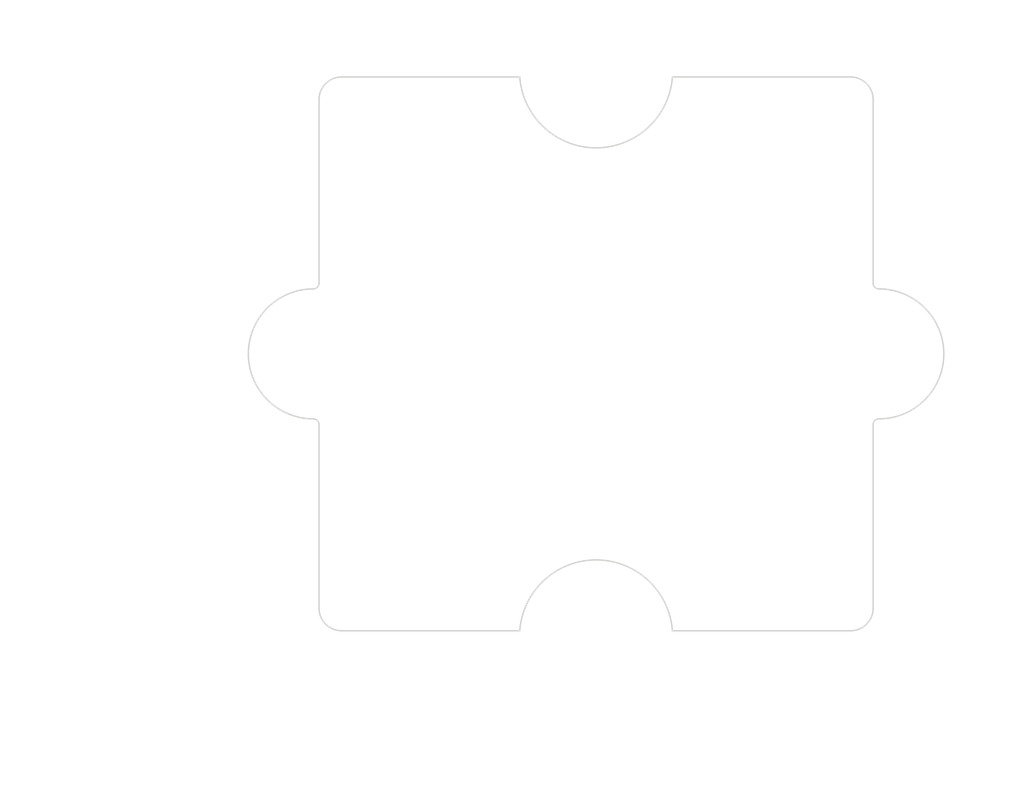
<source format=kicad_pcb>
(kicad_pcb (version 20211014) (generator pcbnew)
  (title_block (title "#0102"))
  (layers (0 "F.Cu" signal) (31 "B.Cu" signal) (34 "B.Paste" user) (35 "F.Paste" user) (36 "B.SilkS" user "B.Silkscreen") (37 "F.SilkS" user "F.Silkscreen") (38 "B.Mask" user) (39 "F.Mask" user) (44 "Edge.Cuts" user))
  (net 0 "")
  (footprint "MountingHole:MountingHole_2.2mm_M2" (layer "F.Cu") (at 120 110)
    (fp_text reference "H1" hide)
    (fp_text value "MountingHole")
    (pad "" np_thru_hole circle locked (at 0 0) (size 2.2 2.2) (drill 2.2) (layers *.Cu *.Mask))
  )
  (footprint "MountingHole:MountingHole_2.2mm_M2" (layer "F.Cu") (at 100 110)
    (fp_text reference "H2" hide)
    (fp_text value "MountingHole")
    (pad "" np_thru_hole circle locked (at 0 0) (size 2.2 2.2) (drill 2.2) (layers *.Cu *.Mask))
  )
  (gr_line (start 107.3 100.2) (end 101 100.2) (layer "Edge.Cuts") (width 0.05))
  (gr_line (start 100.2 112.5) (end 100.2 119) (layer "Edge.Cuts") (width 0.05))
  (gr_arc (start 107.3 119.8) (mid 110 117.292603) (end 112.7 119.8) (layer "Edge.Cuts") (width 0.05))
  (gr_arc (start 100 112.3) (mid 100.141421 112.358579) (end 100.2 112.5) (layer "Edge.Cuts") (width 0.05))
  (gr_arc (start 100.2 101) (mid 100.434315 100.434315) (end 101 100.2) (layer "Edge.Cuts") (width 0.05))
  (gr_arc (start 112.7 100.2) (mid 110 102.707397) (end 107.3 100.2) (layer "Edge.Cuts") (width 0.05))
  (gr_line (start 112.7 100.2) (end 119 100.2) (layer "Edge.Cuts") (width 0.05))
  (gr_arc (start 119.8 119) (mid 119.565685 119.565685) (end 119 119.8) (layer "Edge.Cuts") (width 0.05))
  (gr_arc (start 119.8 112.5) (mid 119.858579 112.358579) (end 120 112.3) (layer "Edge.Cuts") (width 0.05))
  (gr_line (start 119.8 119) (end 119.8 112.5) (layer "Edge.Cuts") (width 0.05))
  (gr_line (start 119.8 101) (end 119.8 107.5) (layer "Edge.Cuts") (width 0.05))
  (gr_arc (start 120 107.7) (mid 119.858579 107.641421) (end 119.8 107.5) (layer "Edge.Cuts") (width 0.05))
  (gr_arc (start 119 100.2) (mid 119.565685 100.434315) (end 119.8 101) (layer "Edge.Cuts") (width 0.05))
  (gr_arc (start 101 119.8) (mid 100.434315 119.565685) (end 100.2 119) (layer "Edge.Cuts") (width 0.05))
  (gr_line (start 101 119.8) (end 107.3 119.8) (layer "Edge.Cuts") (width 0.05))
  (gr_line (start 100.2 101) (end 100.2 107.5) (layer "Edge.Cuts") (width 0.05))
  (gr_arc (start 120 107.7) (mid 122.3 110) (end 120 112.3) (layer "Edge.Cuts") (width 0.05))
  (gr_arc (start 100 112.3) (mid 97.7 110) (end 100 107.7) (layer "Edge.Cuts") (width 0.05))
  (gr_arc (start 100.2 107.5) (mid 100.141421 107.641421) (end 100 107.7) (layer "Edge.Cuts") (width 0.05))
  (gr_line (start 119 119.8) (end 112.7 119.8) (layer "Edge.Cuts") (width 0.05))
)
</source>
